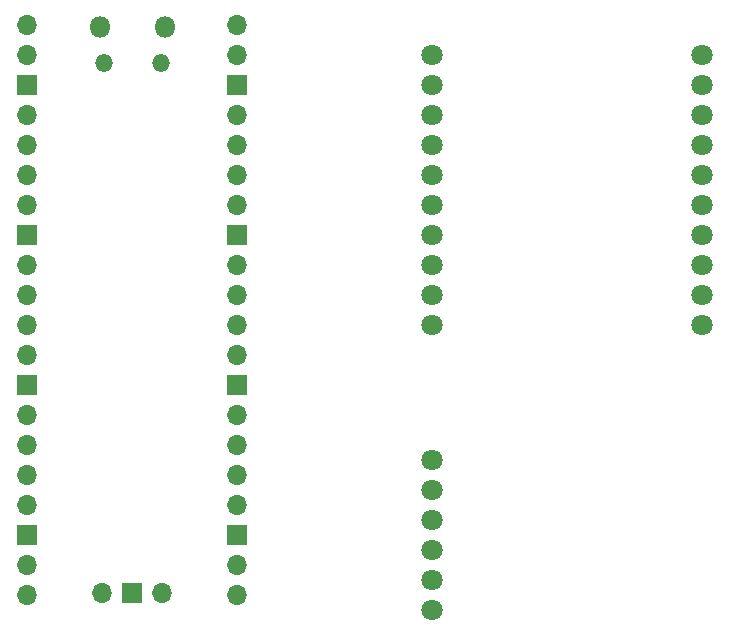
<source format=gbs>
%TF.GenerationSoftware,KiCad,Pcbnew,7.0.7*%
%TF.CreationDate,2024-07-07T09:26:09+01:00*%
%TF.ProjectId,PCB,5043422e-6b69-4636-9164-5f7063625858,rev?*%
%TF.SameCoordinates,Original*%
%TF.FileFunction,Soldermask,Bot*%
%TF.FilePolarity,Negative*%
%FSLAX46Y46*%
G04 Gerber Fmt 4.6, Leading zero omitted, Abs format (unit mm)*
G04 Created by KiCad (PCBNEW 7.0.7) date 2024-07-07 09:26:09*
%MOMM*%
%LPD*%
G01*
G04 APERTURE LIST*
%ADD10O,1.800000X1.800000*%
%ADD11O,1.500000X1.500000*%
%ADD12O,1.700000X1.700000*%
%ADD13R,1.700000X1.700000*%
%ADD14C,1.800000*%
G04 APERTURE END LIST*
D10*
%TO.C,U1*%
X112845000Y-78870000D03*
D11*
X113145000Y-81900000D03*
X117995000Y-81900000D03*
D10*
X118295000Y-78870000D03*
D12*
X106680000Y-78740000D03*
X106680000Y-81280000D03*
D13*
X106680000Y-83820000D03*
D12*
X106680000Y-86360000D03*
X106680000Y-88900000D03*
X106680000Y-91440000D03*
X106680000Y-93980000D03*
D13*
X106680000Y-96520000D03*
D12*
X106680000Y-99060000D03*
X106680000Y-101600000D03*
X106680000Y-104140000D03*
X106680000Y-106680000D03*
D13*
X106680000Y-109220000D03*
D12*
X106680000Y-111760000D03*
X106680000Y-114300000D03*
X106680000Y-116840000D03*
X106680000Y-119380000D03*
D13*
X106680000Y-121920000D03*
D12*
X106680000Y-124460000D03*
X106680000Y-127000000D03*
X124460000Y-127000000D03*
X124460000Y-124460000D03*
D13*
X124460000Y-121920000D03*
D12*
X124460000Y-119380000D03*
X124460000Y-116840000D03*
X124460000Y-114300000D03*
X124460000Y-111760000D03*
D13*
X124460000Y-109220000D03*
D12*
X124460000Y-106680000D03*
X124460000Y-104140000D03*
X124460000Y-101600000D03*
X124460000Y-99060000D03*
D13*
X124460000Y-96520000D03*
D12*
X124460000Y-93980000D03*
X124460000Y-91440000D03*
X124460000Y-88900000D03*
X124460000Y-86360000D03*
D13*
X124460000Y-83820000D03*
D12*
X124460000Y-81280000D03*
X124460000Y-78740000D03*
X113030000Y-126770000D03*
D13*
X115570000Y-126770000D03*
D12*
X118110000Y-126770000D03*
%TD*%
D14*
%TO.C,U3*%
X140970000Y-115570000D03*
X140970000Y-118110000D03*
X140970000Y-120650000D03*
X140970000Y-123190000D03*
X140970000Y-125730000D03*
X140970000Y-128270000D03*
%TD*%
%TO.C,U2*%
X140970000Y-81280000D03*
X140970000Y-83820000D03*
X140970000Y-86360000D03*
X140970000Y-88900000D03*
X140970000Y-91440000D03*
X140970000Y-93980000D03*
X140970000Y-96520000D03*
X140970000Y-99060000D03*
X140970000Y-101600000D03*
X140970000Y-104140000D03*
X163830000Y-81280000D03*
X163830000Y-83820000D03*
X163830000Y-86360000D03*
X163830000Y-88900000D03*
X163830000Y-91440000D03*
X163830000Y-93980000D03*
X163830000Y-96520000D03*
X163830000Y-99060000D03*
X163830000Y-101600000D03*
X163830000Y-104140000D03*
%TD*%
M02*

</source>
